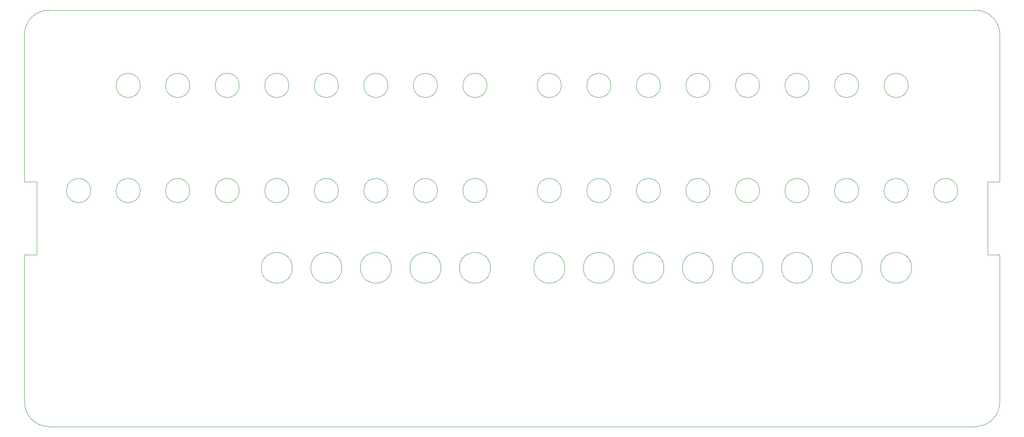
<source format=gbr>
%TF.GenerationSoftware,KiCad,Pcbnew,(6.0.11)*%
%TF.CreationDate,2023-02-12T17:43:03-06:00*%
%TF.ProjectId,RetroElf-Front-Panel,52657472-6f45-46c6-962d-46726f6e742d,rev?*%
%TF.SameCoordinates,Original*%
%TF.FileFunction,Profile,NP*%
%FSLAX46Y46*%
G04 Gerber Fmt 4.6, Leading zero omitted, Abs format (unit mm)*
G04 Created by KiCad (PCBNEW (6.0.11)) date 2023-02-12 17:43:03*
%MOMM*%
%LPD*%
G01*
G04 APERTURE LIST*
%TA.AperFunction,Profile*%
%ADD10C,0.025400*%
%TD*%
G04 APERTURE END LIST*
D10*
X60188946Y-82375000D02*
G75*
G03*
X60188946Y-82375000I-2488946J0D01*
G01*
X218355000Y-98250000D02*
G75*
G03*
X218355000Y-98250000I-3175000J0D01*
G01*
X46600000Y-125840000D02*
G75*
G03*
X51600000Y-130840000I5000000J0D01*
G01*
X217668946Y-60785000D02*
G75*
G03*
X217668946Y-60785000I-2488946J0D01*
G01*
X187188946Y-82375000D02*
G75*
G03*
X187188946Y-82375000I-2488946J0D01*
G01*
X90668946Y-82375000D02*
G75*
G03*
X90668946Y-82375000I-2488946J0D01*
G01*
X166868946Y-60785000D02*
G75*
G03*
X166868946Y-60785000I-2488946J0D01*
G01*
X241600000Y-130840000D02*
X51600000Y-130840000D01*
X207508946Y-82375000D02*
G75*
G03*
X207508946Y-82375000I-2488946J0D01*
G01*
X244100000Y-95590000D02*
X244100000Y-80590000D01*
X207508946Y-60785000D02*
G75*
G03*
X207508946Y-60785000I-2488946J0D01*
G01*
X197348946Y-82375000D02*
G75*
G03*
X197348946Y-82375000I-2488946J0D01*
G01*
X49100000Y-80590000D02*
X49100000Y-95590000D01*
X244100000Y-80590000D02*
X246600000Y-80590000D01*
X141468946Y-60785000D02*
G75*
G03*
X141468946Y-60785000I-2488946J0D01*
G01*
X157395000Y-98250000D02*
G75*
G03*
X157395000Y-98250000I-3175000J0D01*
G01*
X121148946Y-60785000D02*
G75*
G03*
X121148946Y-60785000I-2488946J0D01*
G01*
X121835000Y-98250000D02*
G75*
G03*
X121835000Y-98250000I-3175000J0D01*
G01*
X208195000Y-98250000D02*
G75*
G03*
X208195000Y-98250000I-3175000J0D01*
G01*
X51600000Y-45340000D02*
G75*
G03*
X46600000Y-50340000I0J-5000000D01*
G01*
X110988946Y-60785000D02*
G75*
G03*
X110988946Y-60785000I-2488946J0D01*
G01*
X80508946Y-60785000D02*
G75*
G03*
X80508946Y-60785000I-2488946J0D01*
G01*
X110988946Y-82375000D02*
G75*
G03*
X110988946Y-82375000I-2488946J0D01*
G01*
X228515000Y-98250000D02*
G75*
G03*
X228515000Y-98250000I-3175000J0D01*
G01*
X177028946Y-60785000D02*
G75*
G03*
X177028946Y-60785000I-2488946J0D01*
G01*
X131308946Y-60785000D02*
G75*
G03*
X131308946Y-60785000I-2488946J0D01*
G01*
X166868946Y-82375000D02*
G75*
G03*
X166868946Y-82375000I-2488946J0D01*
G01*
X46600000Y-50340000D02*
X46600000Y-80590000D01*
X246600000Y-50340000D02*
X246600000Y-80590000D01*
X80508946Y-82375000D02*
G75*
G03*
X80508946Y-82375000I-2488946J0D01*
G01*
X100828946Y-82375000D02*
G75*
G03*
X100828946Y-82375000I-2488946J0D01*
G01*
X101515000Y-98250000D02*
G75*
G03*
X101515000Y-98250000I-3175000J0D01*
G01*
X131308946Y-82375000D02*
G75*
G03*
X131308946Y-82375000I-2488946J0D01*
G01*
X167555000Y-98250000D02*
G75*
G03*
X167555000Y-98250000I-3175000J0D01*
G01*
X187188946Y-60785000D02*
G75*
G03*
X187188946Y-60785000I-2488946J0D01*
G01*
X217668946Y-82375000D02*
G75*
G03*
X217668946Y-82375000I-2488946J0D01*
G01*
X70348946Y-60785000D02*
G75*
G03*
X70348946Y-60785000I-2488946J0D01*
G01*
X246600000Y-95590000D02*
X244100000Y-95590000D01*
X227828946Y-82375000D02*
G75*
G03*
X227828946Y-82375000I-2488946J0D01*
G01*
X227828946Y-60785000D02*
G75*
G03*
X227828946Y-60785000I-2488946J0D01*
G01*
X46600000Y-80590000D02*
X49100000Y-80590000D01*
X197348946Y-60785000D02*
G75*
G03*
X197348946Y-60785000I-2488946J0D01*
G01*
X246600000Y-95590000D02*
X246600000Y-125840000D01*
X142155000Y-98250000D02*
G75*
G03*
X142155000Y-98250000I-3175000J0D01*
G01*
X177028946Y-82375000D02*
G75*
G03*
X177028946Y-82375000I-2488946J0D01*
G01*
X241600000Y-130840000D02*
G75*
G03*
X246600000Y-125840000I0J5000000D01*
G01*
X246600000Y-50340000D02*
G75*
G03*
X241600000Y-45340000I-5000000J0D01*
G01*
X156708946Y-82375000D02*
G75*
G03*
X156708946Y-82375000I-2488946J0D01*
G01*
X131995000Y-98250000D02*
G75*
G03*
X131995000Y-98250000I-3175000J0D01*
G01*
X187875000Y-98250000D02*
G75*
G03*
X187875000Y-98250000I-3175000J0D01*
G01*
X51600000Y-45340000D02*
X241600000Y-45340000D01*
X49100000Y-95590000D02*
X46600000Y-95590000D01*
X111675000Y-98250000D02*
G75*
G03*
X111675000Y-98250000I-3175000J0D01*
G01*
X198035000Y-98250000D02*
G75*
G03*
X198035000Y-98250000I-3175000J0D01*
G01*
X177715000Y-98250000D02*
G75*
G03*
X177715000Y-98250000I-3175000J0D01*
G01*
X70348946Y-82375000D02*
G75*
G03*
X70348946Y-82375000I-2488946J0D01*
G01*
X90668946Y-60785000D02*
G75*
G03*
X90668946Y-60785000I-2488946J0D01*
G01*
X121148946Y-82375000D02*
G75*
G03*
X121148946Y-82375000I-2488946J0D01*
G01*
X156708946Y-60785000D02*
G75*
G03*
X156708946Y-60785000I-2488946J0D01*
G01*
X141468946Y-82375000D02*
G75*
G03*
X141468946Y-82375000I-2488946J0D01*
G01*
X46600000Y-125840000D02*
X46600000Y-95590000D01*
X237988946Y-82375000D02*
G75*
G03*
X237988946Y-82375000I-2488946J0D01*
G01*
X100828946Y-60785000D02*
G75*
G03*
X100828946Y-60785000I-2488946J0D01*
G01*
M02*

</source>
